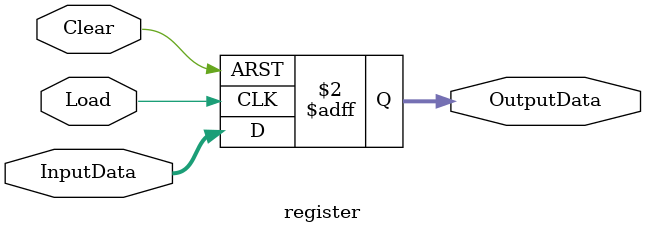
<source format=v>


module register (Load, InputData, Clear, OutputData);

	input Load, Clear; // 1-bit high or low signal
	
	parameter N = 4; // currently a 4-bit register but it can be changed
	
	input  [N-1 : 0] InputData;  // Data coming into the register
	output reg [N-1 : 0] OutputData; // Data going out of the register
	
	always @ (posedge Load, posedge Clear) 
		begin
			if (Clear) OutputData <= 0;
			else if (Load) OutputData <= InputData;
		end
		
endmodule

</source>
